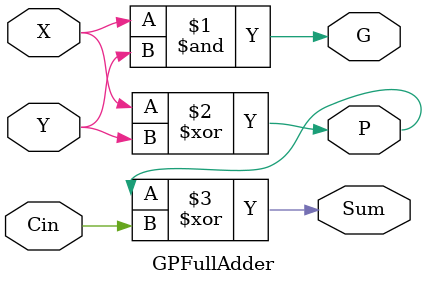
<source format=v>
`timescale 1ns/1ns

module GPFullAdder (X, Y, Cin, G, P, Sum);
input X;
input Y;
input Cin;

output G;
output P;
output Sum;

assign G = X & Y;
assign P = X ^ Y;
assign Sum = P ^ Cin;

endmodule

</source>
